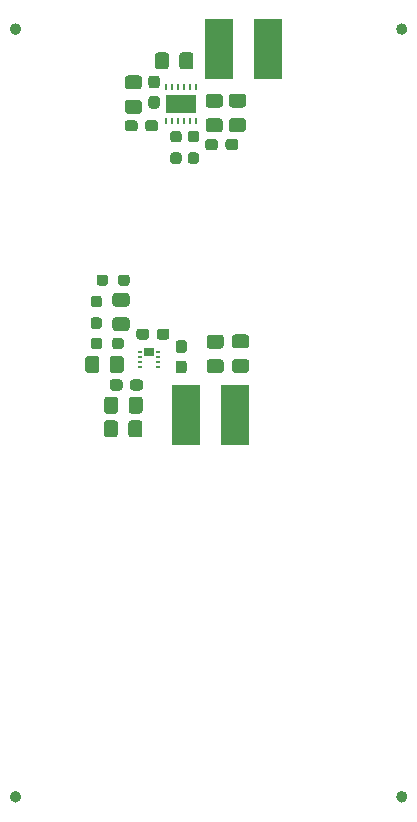
<source format=gtp>
G04 #@! TF.GenerationSoftware,KiCad,Pcbnew,(5.1.6-0-10_14)*
G04 #@! TF.CreationDate,2021-08-31T11:45:36+09:00*
G04 #@! TF.ProjectId,qPCR-panel_v_20210831,71504352-2d70-4616-9e65-6c5f765f3230,rev?*
G04 #@! TF.SameCoordinates,Original*
G04 #@! TF.FileFunction,Paste,Top*
G04 #@! TF.FilePolarity,Positive*
%FSLAX46Y46*%
G04 Gerber Fmt 4.6, Leading zero omitted, Abs format (unit mm)*
G04 Created by KiCad (PCBNEW (5.1.6-0-10_14)) date 2021-08-31 11:45:36*
%MOMM*%
%LPD*%
G01*
G04 APERTURE LIST*
%ADD10C,0.475000*%
%ADD11R,2.350000X5.100000*%
%ADD12R,0.838200X0.711200*%
%ADD13R,0.457200X0.254000*%
%ADD14R,2.500000X1.500000*%
%ADD15R,0.249999X0.499999*%
G04 APERTURE END LIST*
D10*
X128837500Y-76500000D02*
G75*
G03*
X128837500Y-76500000I-237500J0D01*
G01*
X128837500Y-141500000D02*
G75*
G03*
X128837500Y-141500000I-237500J0D01*
G01*
X96137500Y-76500000D02*
G75*
G03*
X96137500Y-76500000I-237500J0D01*
G01*
X96137500Y-141500000D02*
G75*
G03*
X96137500Y-141500000I-237500J0D01*
G01*
G36*
G01*
X114475000Y-102355000D02*
X115425000Y-102355000D01*
G75*
G02*
X115675000Y-102605000I0J-250000D01*
G01*
X115675000Y-103280000D01*
G75*
G02*
X115425000Y-103530000I-250000J0D01*
G01*
X114475000Y-103530000D01*
G75*
G02*
X114225000Y-103280000I0J250000D01*
G01*
X114225000Y-102605000D01*
G75*
G02*
X114475000Y-102355000I250000J0D01*
G01*
G37*
G36*
G01*
X114475000Y-104430000D02*
X115425000Y-104430000D01*
G75*
G02*
X115675000Y-104680000I0J-250000D01*
G01*
X115675000Y-105355000D01*
G75*
G02*
X115425000Y-105605000I-250000J0D01*
G01*
X114475000Y-105605000D01*
G75*
G02*
X114225000Y-105355000I0J250000D01*
G01*
X114225000Y-104680000D01*
G75*
G02*
X114475000Y-104430000I250000J0D01*
G01*
G37*
G36*
G01*
X107205000Y-102092500D02*
X107205000Y-102567500D01*
G75*
G02*
X106967500Y-102805000I-237500J0D01*
G01*
X106367500Y-102805000D01*
G75*
G02*
X106130000Y-102567500I0J237500D01*
G01*
X106130000Y-102092500D01*
G75*
G02*
X106367500Y-101855000I237500J0D01*
G01*
X106967500Y-101855000D01*
G75*
G02*
X107205000Y-102092500I0J-237500D01*
G01*
G37*
G36*
G01*
X108930000Y-102092500D02*
X108930000Y-102567500D01*
G75*
G02*
X108692500Y-102805000I-237500J0D01*
G01*
X108092500Y-102805000D01*
G75*
G02*
X107855000Y-102567500I0J237500D01*
G01*
X107855000Y-102092500D01*
G75*
G02*
X108092500Y-101855000I237500J0D01*
G01*
X108692500Y-101855000D01*
G75*
G02*
X108930000Y-102092500I0J-237500D01*
G01*
G37*
G36*
G01*
X103880000Y-105375000D02*
X103880000Y-104425000D01*
G75*
G02*
X104130000Y-104175000I250000J0D01*
G01*
X104805000Y-104175000D01*
G75*
G02*
X105055000Y-104425000I0J-250000D01*
G01*
X105055000Y-105375000D01*
G75*
G02*
X104805000Y-105625000I-250000J0D01*
G01*
X104130000Y-105625000D01*
G75*
G02*
X103880000Y-105375000I0J250000D01*
G01*
G37*
G36*
G01*
X101805000Y-105375000D02*
X101805000Y-104425000D01*
G75*
G02*
X102055000Y-104175000I250000J0D01*
G01*
X102730000Y-104175000D01*
G75*
G02*
X102980000Y-104425000I0J-250000D01*
G01*
X102980000Y-105375000D01*
G75*
G02*
X102730000Y-105625000I-250000J0D01*
G01*
X102055000Y-105625000D01*
G75*
G02*
X101805000Y-105375000I0J250000D01*
G01*
G37*
G36*
G01*
X103880000Y-106867500D02*
X103880000Y-106392500D01*
G75*
G02*
X104117500Y-106155000I237500J0D01*
G01*
X104717500Y-106155000D01*
G75*
G02*
X104955000Y-106392500I0J-237500D01*
G01*
X104955000Y-106867500D01*
G75*
G02*
X104717500Y-107105000I-237500J0D01*
G01*
X104117500Y-107105000D01*
G75*
G02*
X103880000Y-106867500I0J237500D01*
G01*
G37*
G36*
G01*
X105605000Y-106867500D02*
X105605000Y-106392500D01*
G75*
G02*
X105842500Y-106155000I237500J0D01*
G01*
X106442500Y-106155000D01*
G75*
G02*
X106680000Y-106392500I0J-237500D01*
G01*
X106680000Y-106867500D01*
G75*
G02*
X106442500Y-107105000I-237500J0D01*
G01*
X105842500Y-107105000D01*
G75*
G02*
X105605000Y-106867500I0J237500D01*
G01*
G37*
G36*
G01*
X109682500Y-102840000D02*
X110157500Y-102840000D01*
G75*
G02*
X110395000Y-103077500I0J-237500D01*
G01*
X110395000Y-103677500D01*
G75*
G02*
X110157500Y-103915000I-237500J0D01*
G01*
X109682500Y-103915000D01*
G75*
G02*
X109445000Y-103677500I0J237500D01*
G01*
X109445000Y-103077500D01*
G75*
G02*
X109682500Y-102840000I237500J0D01*
G01*
G37*
G36*
G01*
X109682500Y-104565000D02*
X110157500Y-104565000D01*
G75*
G02*
X110395000Y-104802500I0J-237500D01*
G01*
X110395000Y-105402500D01*
G75*
G02*
X110157500Y-105640000I-237500J0D01*
G01*
X109682500Y-105640000D01*
G75*
G02*
X109445000Y-105402500I0J237500D01*
G01*
X109445000Y-104802500D01*
G75*
G02*
X109682500Y-104565000I237500J0D01*
G01*
G37*
G36*
G01*
X103405000Y-108825000D02*
X103405000Y-107875000D01*
G75*
G02*
X103655000Y-107625000I250000J0D01*
G01*
X104330000Y-107625000D01*
G75*
G02*
X104580000Y-107875000I0J-250000D01*
G01*
X104580000Y-108825000D01*
G75*
G02*
X104330000Y-109075000I-250000J0D01*
G01*
X103655000Y-109075000D01*
G75*
G02*
X103405000Y-108825000I0J250000D01*
G01*
G37*
G36*
G01*
X105480000Y-108825000D02*
X105480000Y-107875000D01*
G75*
G02*
X105730000Y-107625000I250000J0D01*
G01*
X106405000Y-107625000D01*
G75*
G02*
X106655000Y-107875000I0J-250000D01*
G01*
X106655000Y-108825000D01*
G75*
G02*
X106405000Y-109075000I-250000J0D01*
G01*
X105730000Y-109075000D01*
G75*
G02*
X105480000Y-108825000I0J250000D01*
G01*
G37*
G36*
G01*
X105460000Y-110825000D02*
X105460000Y-109875000D01*
G75*
G02*
X105710000Y-109625000I250000J0D01*
G01*
X106385000Y-109625000D01*
G75*
G02*
X106635000Y-109875000I0J-250000D01*
G01*
X106635000Y-110825000D01*
G75*
G02*
X106385000Y-111075000I-250000J0D01*
G01*
X105710000Y-111075000D01*
G75*
G02*
X105460000Y-110825000I0J250000D01*
G01*
G37*
G36*
G01*
X103385000Y-110825000D02*
X103385000Y-109875000D01*
G75*
G02*
X103635000Y-109625000I250000J0D01*
G01*
X104310000Y-109625000D01*
G75*
G02*
X104560000Y-109875000I0J-250000D01*
G01*
X104560000Y-110825000D01*
G75*
G02*
X104310000Y-111075000I-250000J0D01*
G01*
X103635000Y-111075000D01*
G75*
G02*
X103385000Y-110825000I0J250000D01*
G01*
G37*
G36*
G01*
X105305000Y-102075000D02*
X104355000Y-102075000D01*
G75*
G02*
X104105000Y-101825000I0J250000D01*
G01*
X104105000Y-101150000D01*
G75*
G02*
X104355000Y-100900000I250000J0D01*
G01*
X105305000Y-100900000D01*
G75*
G02*
X105555000Y-101150000I0J-250000D01*
G01*
X105555000Y-101825000D01*
G75*
G02*
X105305000Y-102075000I-250000J0D01*
G01*
G37*
G36*
G01*
X105305000Y-100000000D02*
X104355000Y-100000000D01*
G75*
G02*
X104105000Y-99750000I0J250000D01*
G01*
X104105000Y-99075000D01*
G75*
G02*
X104355000Y-98825000I250000J0D01*
G01*
X105305000Y-98825000D01*
G75*
G02*
X105555000Y-99075000I0J-250000D01*
G01*
X105555000Y-99750000D01*
G75*
G02*
X105305000Y-100000000I-250000J0D01*
G01*
G37*
G36*
G01*
X112325000Y-104450000D02*
X113275000Y-104450000D01*
G75*
G02*
X113525000Y-104700000I0J-250000D01*
G01*
X113525000Y-105375000D01*
G75*
G02*
X113275000Y-105625000I-250000J0D01*
G01*
X112325000Y-105625000D01*
G75*
G02*
X112075000Y-105375000I0J250000D01*
G01*
X112075000Y-104700000D01*
G75*
G02*
X112325000Y-104450000I250000J0D01*
G01*
G37*
G36*
G01*
X112325000Y-102375000D02*
X113275000Y-102375000D01*
G75*
G02*
X113525000Y-102625000I0J-250000D01*
G01*
X113525000Y-103300000D01*
G75*
G02*
X113275000Y-103550000I-250000J0D01*
G01*
X112325000Y-103550000D01*
G75*
G02*
X112075000Y-103300000I0J250000D01*
G01*
X112075000Y-102625000D01*
G75*
G02*
X112325000Y-102375000I250000J0D01*
G01*
G37*
D11*
X110345000Y-109140000D03*
X114495000Y-109140000D03*
D12*
X107190000Y-103822000D03*
D13*
X106415000Y-105069999D03*
X106415000Y-104670000D03*
X106415000Y-104270000D03*
X106415000Y-103870001D03*
X107965000Y-103870001D03*
X107965000Y-104270000D03*
X107965000Y-104670000D03*
X107965000Y-105069999D03*
G36*
G01*
X105560000Y-97522500D02*
X105560000Y-97997500D01*
G75*
G02*
X105322500Y-98235000I-237500J0D01*
G01*
X104822500Y-98235000D01*
G75*
G02*
X104585000Y-97997500I0J237500D01*
G01*
X104585000Y-97522500D01*
G75*
G02*
X104822500Y-97285000I237500J0D01*
G01*
X105322500Y-97285000D01*
G75*
G02*
X105560000Y-97522500I0J-237500D01*
G01*
G37*
G36*
G01*
X103735000Y-97522500D02*
X103735000Y-97997500D01*
G75*
G02*
X103497500Y-98235000I-237500J0D01*
G01*
X102997500Y-98235000D01*
G75*
G02*
X102760000Y-97997500I0J237500D01*
G01*
X102760000Y-97522500D01*
G75*
G02*
X102997500Y-97285000I237500J0D01*
G01*
X103497500Y-97285000D01*
G75*
G02*
X103735000Y-97522500I0J-237500D01*
G01*
G37*
G36*
G01*
X102502500Y-99090000D02*
X102977500Y-99090000D01*
G75*
G02*
X103215000Y-99327500I0J-237500D01*
G01*
X103215000Y-99827500D01*
G75*
G02*
X102977500Y-100065000I-237500J0D01*
G01*
X102502500Y-100065000D01*
G75*
G02*
X102265000Y-99827500I0J237500D01*
G01*
X102265000Y-99327500D01*
G75*
G02*
X102502500Y-99090000I237500J0D01*
G01*
G37*
G36*
G01*
X102502500Y-100915000D02*
X102977500Y-100915000D01*
G75*
G02*
X103215000Y-101152500I0J-237500D01*
G01*
X103215000Y-101652500D01*
G75*
G02*
X102977500Y-101890000I-237500J0D01*
G01*
X102502500Y-101890000D01*
G75*
G02*
X102265000Y-101652500I0J237500D01*
G01*
X102265000Y-101152500D01*
G75*
G02*
X102502500Y-100915000I237500J0D01*
G01*
G37*
G36*
G01*
X103225000Y-102882500D02*
X103225000Y-103357500D01*
G75*
G02*
X102987500Y-103595000I-237500J0D01*
G01*
X102487500Y-103595000D01*
G75*
G02*
X102250000Y-103357500I0J237500D01*
G01*
X102250000Y-102882500D01*
G75*
G02*
X102487500Y-102645000I237500J0D01*
G01*
X102987500Y-102645000D01*
G75*
G02*
X103225000Y-102882500I0J-237500D01*
G01*
G37*
G36*
G01*
X105050000Y-102882500D02*
X105050000Y-103357500D01*
G75*
G02*
X104812500Y-103595000I-237500J0D01*
G01*
X104312500Y-103595000D01*
G75*
G02*
X104075000Y-103357500I0J237500D01*
G01*
X104075000Y-102882500D01*
G75*
G02*
X104312500Y-102645000I237500J0D01*
G01*
X104812500Y-102645000D01*
G75*
G02*
X105050000Y-102882500I0J-237500D01*
G01*
G37*
G36*
G01*
X105405000Y-80420000D02*
X106355000Y-80420000D01*
G75*
G02*
X106605000Y-80670000I0J-250000D01*
G01*
X106605000Y-81345000D01*
G75*
G02*
X106355000Y-81595000I-250000J0D01*
G01*
X105405000Y-81595000D01*
G75*
G02*
X105155000Y-81345000I0J250000D01*
G01*
X105155000Y-80670000D01*
G75*
G02*
X105405000Y-80420000I250000J0D01*
G01*
G37*
G36*
G01*
X105405000Y-82495000D02*
X106355000Y-82495000D01*
G75*
G02*
X106605000Y-82745000I0J-250000D01*
G01*
X106605000Y-83420000D01*
G75*
G02*
X106355000Y-83670000I-250000J0D01*
G01*
X105405000Y-83670000D01*
G75*
G02*
X105155000Y-83420000I0J250000D01*
G01*
X105155000Y-82745000D01*
G75*
G02*
X105405000Y-82495000I250000J0D01*
G01*
G37*
G36*
G01*
X113675000Y-86512500D02*
X113675000Y-86037500D01*
G75*
G02*
X113912500Y-85800000I237500J0D01*
G01*
X114512500Y-85800000D01*
G75*
G02*
X114750000Y-86037500I0J-237500D01*
G01*
X114750000Y-86512500D01*
G75*
G02*
X114512500Y-86750000I-237500J0D01*
G01*
X113912500Y-86750000D01*
G75*
G02*
X113675000Y-86512500I0J237500D01*
G01*
G37*
G36*
G01*
X111950000Y-86512500D02*
X111950000Y-86037500D01*
G75*
G02*
X112187500Y-85800000I237500J0D01*
G01*
X112787500Y-85800000D01*
G75*
G02*
X113025000Y-86037500I0J-237500D01*
G01*
X113025000Y-86512500D01*
G75*
G02*
X112787500Y-86750000I-237500J0D01*
G01*
X112187500Y-86750000D01*
G75*
G02*
X111950000Y-86512500I0J237500D01*
G01*
G37*
G36*
G01*
X107392500Y-80435000D02*
X107867500Y-80435000D01*
G75*
G02*
X108105000Y-80672500I0J-237500D01*
G01*
X108105000Y-81272500D01*
G75*
G02*
X107867500Y-81510000I-237500J0D01*
G01*
X107392500Y-81510000D01*
G75*
G02*
X107155000Y-81272500I0J237500D01*
G01*
X107155000Y-80672500D01*
G75*
G02*
X107392500Y-80435000I237500J0D01*
G01*
G37*
G36*
G01*
X107392500Y-82160000D02*
X107867500Y-82160000D01*
G75*
G02*
X108105000Y-82397500I0J-237500D01*
G01*
X108105000Y-82997500D01*
G75*
G02*
X107867500Y-83235000I-237500J0D01*
G01*
X107392500Y-83235000D01*
G75*
G02*
X107155000Y-82997500I0J237500D01*
G01*
X107155000Y-82397500D01*
G75*
G02*
X107392500Y-82160000I237500J0D01*
G01*
G37*
G36*
G01*
X107950000Y-84457500D02*
X107950000Y-84932500D01*
G75*
G02*
X107712500Y-85170000I-237500J0D01*
G01*
X107112500Y-85170000D01*
G75*
G02*
X106875000Y-84932500I0J237500D01*
G01*
X106875000Y-84457500D01*
G75*
G02*
X107112500Y-84220000I237500J0D01*
G01*
X107712500Y-84220000D01*
G75*
G02*
X107950000Y-84457500I0J-237500D01*
G01*
G37*
G36*
G01*
X106225000Y-84457500D02*
X106225000Y-84932500D01*
G75*
G02*
X105987500Y-85170000I-237500J0D01*
G01*
X105387500Y-85170000D01*
G75*
G02*
X105150000Y-84932500I0J237500D01*
G01*
X105150000Y-84457500D01*
G75*
G02*
X105387500Y-84220000I237500J0D01*
G01*
X105987500Y-84220000D01*
G75*
G02*
X106225000Y-84457500I0J-237500D01*
G01*
G37*
G36*
G01*
X107705000Y-79670000D02*
X107705000Y-78720000D01*
G75*
G02*
X107955000Y-78470000I250000J0D01*
G01*
X108630000Y-78470000D01*
G75*
G02*
X108880000Y-78720000I0J-250000D01*
G01*
X108880000Y-79670000D01*
G75*
G02*
X108630000Y-79920000I-250000J0D01*
G01*
X107955000Y-79920000D01*
G75*
G02*
X107705000Y-79670000I0J250000D01*
G01*
G37*
G36*
G01*
X109780000Y-79670000D02*
X109780000Y-78720000D01*
G75*
G02*
X110030000Y-78470000I250000J0D01*
G01*
X110705000Y-78470000D01*
G75*
G02*
X110955000Y-78720000I0J-250000D01*
G01*
X110955000Y-79670000D01*
G75*
G02*
X110705000Y-79920000I-250000J0D01*
G01*
X110030000Y-79920000D01*
G75*
G02*
X109780000Y-79670000I0J250000D01*
G01*
G37*
G36*
G01*
X112249999Y-84060001D02*
X113199999Y-84060001D01*
G75*
G02*
X113449999Y-84310001I0J-250000D01*
G01*
X113449999Y-84985001D01*
G75*
G02*
X113199999Y-85235001I-250000J0D01*
G01*
X112249999Y-85235001D01*
G75*
G02*
X111999999Y-84985001I0J250000D01*
G01*
X111999999Y-84310001D01*
G75*
G02*
X112249999Y-84060001I250000J0D01*
G01*
G37*
G36*
G01*
X112249999Y-81985001D02*
X113199999Y-81985001D01*
G75*
G02*
X113449999Y-82235001I0J-250000D01*
G01*
X113449999Y-82910001D01*
G75*
G02*
X113199999Y-83160001I-250000J0D01*
G01*
X112249999Y-83160001D01*
G75*
G02*
X111999999Y-82910001I0J250000D01*
G01*
X111999999Y-82235001D01*
G75*
G02*
X112249999Y-81985001I250000J0D01*
G01*
G37*
G36*
G01*
X114215000Y-84045000D02*
X115165000Y-84045000D01*
G75*
G02*
X115415000Y-84295000I0J-250000D01*
G01*
X115415000Y-84970000D01*
G75*
G02*
X115165000Y-85220000I-250000J0D01*
G01*
X114215000Y-85220000D01*
G75*
G02*
X113965000Y-84970000I0J250000D01*
G01*
X113965000Y-84295000D01*
G75*
G02*
X114215000Y-84045000I250000J0D01*
G01*
G37*
G36*
G01*
X114215000Y-81970000D02*
X115165000Y-81970000D01*
G75*
G02*
X115415000Y-82220000I0J-250000D01*
G01*
X115415000Y-82895000D01*
G75*
G02*
X115165000Y-83145000I-250000J0D01*
G01*
X114215000Y-83145000D01*
G75*
G02*
X113965000Y-82895000I0J250000D01*
G01*
X113965000Y-82220000D01*
G75*
G02*
X114215000Y-81970000I250000J0D01*
G01*
G37*
D11*
X117245000Y-78225000D03*
X113095000Y-78225000D03*
G36*
G01*
X109242500Y-85115000D02*
X109717500Y-85115000D01*
G75*
G02*
X109955000Y-85352500I0J-237500D01*
G01*
X109955000Y-85852500D01*
G75*
G02*
X109717500Y-86090000I-237500J0D01*
G01*
X109242500Y-86090000D01*
G75*
G02*
X109005000Y-85852500I0J237500D01*
G01*
X109005000Y-85352500D01*
G75*
G02*
X109242500Y-85115000I237500J0D01*
G01*
G37*
G36*
G01*
X109242500Y-86940000D02*
X109717500Y-86940000D01*
G75*
G02*
X109955000Y-87177500I0J-237500D01*
G01*
X109955000Y-87677500D01*
G75*
G02*
X109717500Y-87915000I-237500J0D01*
G01*
X109242500Y-87915000D01*
G75*
G02*
X109005000Y-87677500I0J237500D01*
G01*
X109005000Y-87177500D01*
G75*
G02*
X109242500Y-86940000I237500J0D01*
G01*
G37*
G36*
G01*
X110722500Y-86940000D02*
X111197500Y-86940000D01*
G75*
G02*
X111435000Y-87177500I0J-237500D01*
G01*
X111435000Y-87677500D01*
G75*
G02*
X111197500Y-87915000I-237500J0D01*
G01*
X110722500Y-87915000D01*
G75*
G02*
X110485000Y-87677500I0J237500D01*
G01*
X110485000Y-87177500D01*
G75*
G02*
X110722500Y-86940000I237500J0D01*
G01*
G37*
G36*
G01*
X110722500Y-85115000D02*
X111197500Y-85115000D01*
G75*
G02*
X111435000Y-85352500I0J-237500D01*
G01*
X111435000Y-85852500D01*
G75*
G02*
X111197500Y-86090000I-237500J0D01*
G01*
X110722500Y-86090000D01*
G75*
G02*
X110485000Y-85852500I0J237500D01*
G01*
X110485000Y-85352500D01*
G75*
G02*
X110722500Y-85115000I237500J0D01*
G01*
G37*
D14*
X109910000Y-82815000D03*
D15*
X108660000Y-81365000D03*
X109159999Y-81365000D03*
X109660000Y-81365000D03*
X110160000Y-81365000D03*
X110660001Y-81365000D03*
X111160000Y-81365000D03*
X111160000Y-84265000D03*
X110660001Y-84265000D03*
X110160000Y-84265000D03*
X109660000Y-84265000D03*
X109159999Y-84265000D03*
X108660000Y-84265000D03*
M02*

</source>
